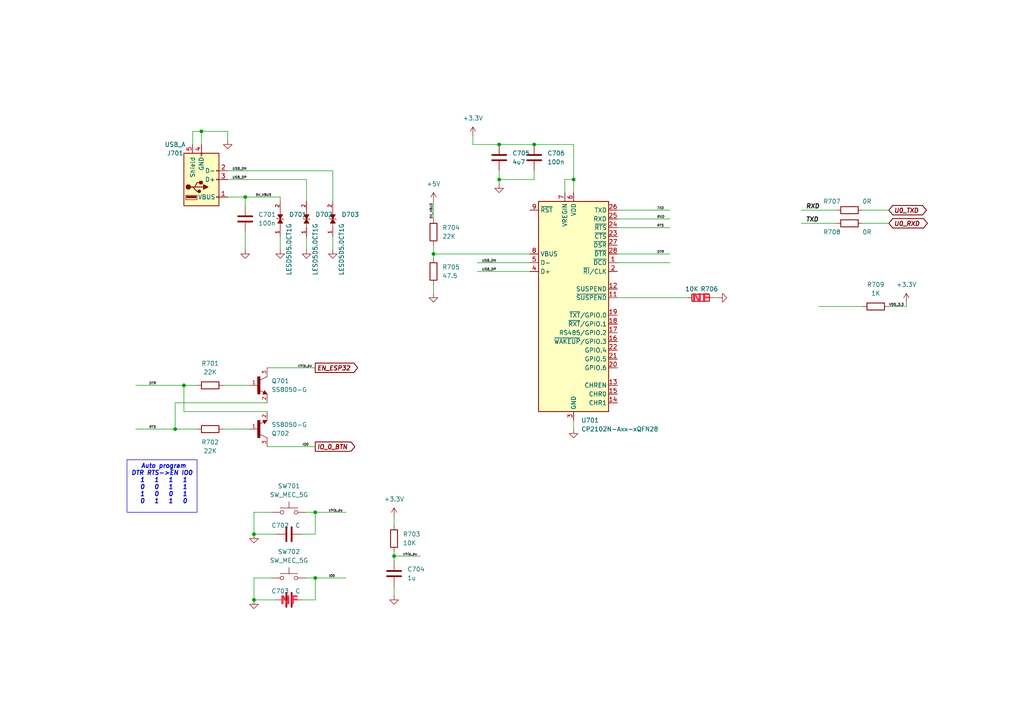
<source format=kicad_sch>
(kicad_sch (version 20230121) (generator eeschema)
  (paper "A4")
  (lib_symbols
    (symbol "Connector:USB_A" (pin_names (offset 1.016))
      (property "Reference" "J" (at -5.08 11.43 0))
      (property "Value" "USB_A" (at -5.08 8.89 0))
      (symbol "USB_A_0_1"
        (rectangle (start -5.08 -7.62) (end 5.08 7.62) (stroke (width 0.254)) (fill (type background)))
        (circle (center -3.81 2.159) (radius 0.635) (stroke (width 0.254)) (fill (type outline)))
        (rectangle (start -1.524 4.826) (end -4.318 5.334) (fill (type outline)))
        (rectangle (start -1.27 4.572) (end -4.572 5.842))
        (circle (center -0.635 3.429) (radius 0.381) (stroke (width 0.254)) (fill (type outline)))
        (rectangle (start -0.127 -7.62) (end 0.127 -6.858))
        (polyline (pts (xy -3.175 2.159) (xy -2.54 2.159) (xy -1.27 3.429) (xy -0.635 3.429)) (stroke (width 0.254)))
        (polyline (pts (xy -2.54 2.159) (xy -1.905 2.159) (xy -1.27 0.889) (xy 0 0.889)) (stroke (width 0.254)))
        (polyline (pts (xy 0.635 2.794) (xy 0.635 1.524) (xy 1.905 2.159) (xy 0.635 2.794)) (stroke (width 0.254)) (fill (type outline)))
        (rectangle (start 0.254 1.27) (end -0.508 0.508) (stroke (width 0.254)) (fill (type outline)))
        (rectangle (start 5.08 -2.667) (end 4.318 -2.413))
        (rectangle (start 5.08 -0.127) (end 4.318 0.127))
        (rectangle (start 5.08 4.953) (end 4.318 5.207))
      )
      (symbol "USB_A_1_1"
        (polyline (pts (xy -1.905 2.159) (xy 0.635 2.159)) (stroke (width 0.254)))
        (pin power_in line (at 7.62 5.08 180) (length 2.54) (name "VBUS") (number "1"))
        (pin bidirectional line (at 7.62 -2.54 180) (length 2.54) (name "D-") (number "2"))
        (pin bidirectional line (at 7.62 0 180) (length 2.54) (name "D+") (number "3"))
        (pin power_in line (at 0 -10.16 90) (length 2.54) (name "GND") (number "4"))
        (pin passive line (at -2.54 -10.16 90) (length 2.54) (name "Shield") (number "5"))
      )
    )
    (symbol "Device:C" (pin_numbers hide) (pin_names (offset 0.254))
      (property "Reference" "C" (at 0.635 2.54 0))
      (property "Value" "C" (at 0.635 -2.54 0))
      (symbol "C_0_1"
        (polyline (pts (xy -2.032 -0.762) (xy 2.032 -0.762)) (stroke (width 0.508)))
        (polyline (pts (xy -2.032 0.762) (xy 2.032 0.762)) (stroke (width 0.508)))
      )
      (symbol "C_1_1"
        (pin passive line (at 0 3.81 270) (length 2.794) (name "~") (number "1"))
        (pin passive line (at 0 -3.81 90) (length 2.794) (name "~") (number "2"))
      )
    )
    (symbol "Device:R" (pin_numbers hide) (pin_names (offset 0))
      (property "Reference" "R" (at 2.032 0 90))
      (property "Value" "R" (at 0 0 90))
      (symbol "R_0_1"
        (rectangle (start -1.016 -2.54) (end 1.016 2.54) (stroke (width 0.254)))
      )
      (symbol "R_1_1"
        (pin passive line (at 0 3.81 270) (length 1.27) (name "~") (number "1"))
        (pin passive line (at 0 -3.81 90) (length 1.27) (name "~") (number "2"))
      )
    )
    (symbol "Interface_USB:CP2102N-Axx-xQFN28"
      (property "Reference" "U" (at -8.89 31.75 0))
      (property "Value" "CP2102N-Axx-xQFN28" (at 12.7 31.75 0))
      (symbol "CP2102N-Axx-xQFN28_0_1"
        (rectangle (start -10.16 30.48) (end 10.16 -30.48) (stroke (width 0.254)) (fill (type background)))
      )
      (symbol "CP2102N-Axx-xQFN28_1_1"
        (pin input line (at 12.7 12.7 180) (length 2.54) (name "~{DCD}") (number "1"))
        (pin no_connect line (at -10.16 -27.94 0) (length 2.54) hide (name "NC") (number "10"))
        (pin output line (at 12.7 2.54 180) (length 2.54) (name "~{SUSPEND}") (number "11"))
        (pin output line (at 12.7 5.08 180) (length 2.54) (name "SUSPEND") (number "12"))
        (pin output line (at 12.7 -22.86 180) (length 2.54) (name "CHREN") (number "13"))
        (pin output line (at 12.7 -27.94 180) (length 2.54) (name "CHR1") (number "14"))
        (pin output line (at 12.7 -25.4 180) (length 2.54) (name "CHR0") (number "15"))
        (pin bidirectional line (at 12.7 -10.16 180) (length 2.54) (name "~{WAKEUP}/GPIO.3") (number "16"))
        (pin bidirectional line (at 12.7 -7.62 180) (length 2.54) (name "RS485/GPIO.2") (number "17"))
        (pin bidirectional line (at 12.7 -5.08 180) (length 2.54) (name "~{RXT}/GPIO.1") (number "18"))
        (pin bidirectional line (at 12.7 -2.54 180) (length 2.54) (name "~{TXT}/GPIO.0") (number "19"))
        (pin bidirectional line (at 12.7 10.16 180) (length 2.54) (name "~{RI}/CLK") (number "2"))
        (pin bidirectional line (at 12.7 -17.78 180) (length 2.54) (name "GPIO.6") (number "20"))
        (pin bidirectional line (at 12.7 -15.24 180) (length 2.54) (name "GPIO.5") (number "21"))
        (pin bidirectional line (at 12.7 -12.7 180) (length 2.54) (name "GPIO.4") (number "22"))
        (pin input line (at 12.7 20.32 180) (length 2.54) (name "~{CTS}") (number "23"))
        (pin output line (at 12.7 22.86 180) (length 2.54) (name "~{RTS}") (number "24"))
        (pin input line (at 12.7 25.4 180) (length 2.54) (name "RXD") (number "25"))
        (pin output line (at 12.7 27.94 180) (length 2.54) (name "TXD") (number "26"))
        (pin input line (at 12.7 17.78 180) (length 2.54) (name "~{DSR}") (number "27"))
        (pin output line (at 12.7 15.24 180) (length 2.54) (name "~{DTR}") (number "28"))
        (pin passive line (at 0 -33.02 90) (length 2.54) hide (name "GND") (number "29"))
        (pin power_in line (at 0 -33.02 90) (length 2.54) (name "GND") (number "3"))
        (pin bidirectional line (at -12.7 10.16 0) (length 2.54) (name "D+") (number "4"))
        (pin bidirectional line (at -12.7 12.7 0) (length 2.54) (name "D-") (number "5"))
        (pin power_in line (at 0 33.02 270) (length 2.54) (name "VDD") (number "6"))
        (pin power_in line (at -2.54 33.02 270) (length 2.54) (name "VREGIN") (number "7"))
        (pin input line (at -12.7 15.24 0) (length 2.54) (name "VBUS") (number "8"))
        (pin input line (at -12.7 27.94 0) (length 2.54) (name "~{RST}") (number "9"))
      )
    )
    (symbol "LESD5D5.0CT1G:LESD5D5.0CT1G" (pin_names (offset 1.016))
      (property "Reference" "D" (at -5.08 2.54 0))
      (property "Value" "LESD5D5.0CT1G" (at -5.08 -5.08 0))
      (symbol "LESD5D5.0CT1G_0_0"
        (polyline (pts (xy -1.27 0) (xy -2.54 0)) (stroke (width 0.1524)))
        (polyline (pts (xy 0 -0.762) (xy -0.254 -1.016)) (stroke (width 0.1524)))
        (polyline (pts (xy 0 -0.762) (xy 0 0.762)) (stroke (width 0.1524)))
        (polyline (pts (xy 0 0.762) (xy 0.254 1.016)) (stroke (width 0.1524)))
        (polyline (pts (xy 1.27 0) (xy 2.54 0)) (stroke (width 0.1524)))
        (polyline (pts (xy 0 0) (xy -1.27 -0.762) (xy -1.27 0.762) (xy 0 0)) (stroke (width 0.1524)) (fill (type outline)))
        (polyline (pts (xy 0 0) (xy 1.27 0.762) (xy 1.27 -0.762) (xy 0 0)) (stroke (width 0.1524)) (fill (type outline)))
        (pin passive line (at -5.08 0 0) (length 2.54) (name "~") (number "1"))
        (pin passive line (at 5.08 0 180) (length 2.54) (name "~") (number "2"))
      )
    )
    (symbol "SS8050-G:SS8050-G" (pin_names (offset 1.016))
      (property "Reference" "Q" (at -10.16 7.62 0))
      (property "Value" "SS8050-G" (at -10.16 -7.62 0))
      (symbol "SS8050-G_0_0"
        (rectangle (start -0.254 -2.54) (end 0.508 2.54) (stroke (width 0.1)) (fill (type outline)))
        (polyline (pts (xy 1.27 -2.54) (xy 1.778 -1.524)) (stroke (width 0.1524)))
        (polyline (pts (xy 1.524 -2.413) (xy 2.286 -2.413)) (stroke (width 0.254)))
        (polyline (pts (xy 1.524 -2.286) (xy 1.905 -2.286)) (stroke (width 0.254)))
        (polyline (pts (xy 1.54 -2.04) (xy 0.308 -1.424)) (stroke (width 0.1524)))
        (polyline (pts (xy 1.778 -1.778) (xy 1.524 -2.286)) (stroke (width 0.254)))
        (polyline (pts (xy 1.778 -1.524) (xy 2.54 -2.54)) (stroke (width 0.1524)))
        (polyline (pts (xy 1.905 -2.286) (xy 1.778 -2.032)) (stroke (width 0.254)))
        (polyline (pts (xy 2.286 -2.413) (xy 1.778 -1.778)) (stroke (width 0.254)))
        (polyline (pts (xy 2.54 -2.54) (xy 1.27 -2.54)) (stroke (width 0.1524)))
        (polyline (pts (xy 2.54 2.54) (xy 0.508 1.524)) (stroke (width 0.1524)))
        (pin passive line (at -2.54 0 0) (length 2.54) (name "~") (number "1"))
        (pin passive line (at 2.54 -5.08 90) (length 2.54) (name "~") (number "2"))
        (pin passive line (at 2.54 5.08 270) (length 2.54) (name "~") (number "3"))
      )
    )
    (symbol "Switch:SW_MEC_5G" (pin_numbers hide) (pin_names (offset 1.016) hide)
      (property "Reference" "SW" (at 1.27 2.54 0))
      (property "Value" "SW_MEC_5G" (at 0 -1.524 0))
      (symbol "SW_MEC_5G_0_1"
        (circle (center -2.032 0) (radius 0.508))
        (polyline (pts (xy 0 1.27) (xy 0 3.048)))
        (polyline (pts (xy 2.54 1.27) (xy -2.54 1.27)))
        (circle (center 2.032 0) (radius 0.508))
        (pin passive line (at -5.08 0 0) (length 2.54) (name "A") (number "1"))
        (pin passive line (at 5.08 0 180) (length 2.54) (name "B") (number "3"))
      )
      (symbol "SW_MEC_5G_1_1"
        (pin passive line (at -5.08 0 0) (length 2.54) hide (name "A") (number "2"))
        (pin passive line (at 5.08 0 180) (length 2.54) hide (name "B") (number "4"))
      )
    )
    (symbol "power:+3.3V" (power) (pin_names (offset 0))
      (property "Value" "+3.3V" (at 0 3.556 0))
      (symbol "+3.3V_0_1"
        (polyline (pts (xy -0.762 1.27) (xy 0 2.54)))
        (polyline (pts (xy 0 0) (xy 0 2.54)))
        (polyline (pts (xy 0 2.54) (xy 0.762 1.27)))
      )
      (symbol "+3.3V_1_1"
        (pin power_in line (at 0 0 90) (length 0) hide (name "+3.3V") (number "1"))
      )
    )
    (symbol "power:+5V" (power) (pin_names (offset 0))
      (property "Value" "+5V" (at 0 3.556 0))
      (symbol "+5V_0_1"
        (polyline (pts (xy -0.762 1.27) (xy 0 2.54)))
        (polyline (pts (xy 0 0) (xy 0 2.54)))
        (polyline (pts (xy 0 2.54) (xy 0.762 1.27)))
      )
      (symbol "+5V_1_1"
        (pin power_in line (at 0 0 90) (length 0) hide (name "+5V") (number "1"))
      )
    )
    (symbol "power:GND" (power) (pin_names (offset 0))
      (property "Value" "GND" (at 0 -3.81 0))
      (symbol "GND_0_1"
        (polyline (pts (xy 0 0) (xy 0 -1.27) (xy 1.27 -1.27) (xy 0 -2.54) (xy -1.27 -1.27) (xy 0 -1.27)))
      )
      (symbol "GND_1_1"
        (pin power_in line (at 0 0 270) (length 0) hide (name "GND") (number "1"))
      )
    )
  )
  (junction (at 144.78 41.91))
  (junction (at 73.66 173.99))
  (junction (at 166.37 52.07))
  (junction (at 91.44 148.59))
  (junction (at 144.78 52.07))
  (junction (at 154.94 41.91))
  (junction (at 73.66 154.94))
  (junction (at 91.44 167.64))
  (junction (at 53.34 111.76))
  (junction (at 114.3 161.29))
  (junction (at 58.42 38.1))
  (junction (at 71.12 57.15))
  (junction (at 125.73 73.66))
  (junction (at 50.8 124.46))
  (wire (pts (xy 114.3 161.29) (xy 121.92 161.29)))
  (wire (pts (xy 114.3 149.86) (xy 114.3 152.4)))
  (wire (pts (xy 125.73 73.66) (xy 153.67 73.66)))
  (wire (pts (xy 154.94 52.07) (xy 144.78 52.07)))
  (wire (pts (xy 71.12 57.15) (xy 71.12 59.69)))
  (wire (pts (xy 66.04 49.53) (xy 96.52 49.53)))
  (wire (pts (xy 179.07 76.2) (xy 194.31 76.2)))
  (wire (pts (xy 232.41 60.96) (xy 242.57 60.96)))
  (wire (pts (xy 137.16 39.37) (xy 137.16 41.91)))
  (wire (pts (xy 163.83 55.88) (xy 163.83 52.07)))
  (wire (pts (xy 64.77 111.76) (xy 72.39 111.76)))
  (wire (pts (xy 154.94 41.91) (xy 166.37 41.91)))
  (wire (pts (xy 77.47 116.84) (xy 50.8 116.84)))
  (wire (pts (xy 88.9 52.07) (xy 88.9 58.42)))
  (wire (pts (xy 179.07 66.04) (xy 194.31 66.04)))
  (wire (pts (xy 73.66 148.59) (xy 73.66 154.94)))
  (wire (pts (xy 58.42 38.1) (xy 55.88 38.1)))
  (wire (pts (xy 50.8 124.46) (xy 57.15 124.46)))
  (wire (pts (xy 88.9 148.59) (xy 91.44 148.59)))
  (wire (pts (xy 73.66 173.99) (xy 80.01 173.99)))
  (wire (pts (xy 77.47 119.38) (xy 53.34 119.38)))
  (wire (pts (xy 88.9 167.64) (xy 91.44 167.64)))
  (wire (pts (xy 179.07 60.96) (xy 194.31 60.96)))
  (wire (pts (xy 137.16 41.91) (xy 144.78 41.91)))
  (wire (pts (xy 81.28 68.58) (xy 81.28 72.39)))
  (wire (pts (xy 58.42 38.1) (xy 58.42 41.91)))
  (wire (pts (xy 53.34 119.38) (xy 53.34 111.76)))
  (wire (pts (xy 77.47 106.68) (xy 91.44 106.68)))
  (wire (pts (xy 232.41 64.77) (xy 242.57 64.77)))
  (wire (pts (xy 179.07 86.36) (xy 199.39 86.36)))
  (wire (pts (xy 71.12 67.31) (xy 71.12 72.39)))
  (wire (pts (xy 73.66 167.64) (xy 78.74 167.64)))
  (wire (pts (xy 39.37 111.76) (xy 53.34 111.76)))
  (wire (pts (xy 125.73 58.42) (xy 125.73 63.5)))
  (wire (pts (xy 250.19 64.77) (xy 257.81 64.77)))
  (wire (pts (xy 144.78 41.91) (xy 154.94 41.91)))
  (wire (pts (xy 166.37 41.91) (xy 166.37 52.07)))
  (wire (pts (xy 237.49 88.9) (xy 250.19 88.9)))
  (wire (pts (xy 91.44 167.64) (xy 100.33 167.64)))
  (wire (pts (xy 88.9 72.39) (xy 88.9 68.58)))
  (wire (pts (xy 64.77 124.46) (xy 72.39 124.46)))
  (wire (pts (xy 73.66 154.94) (xy 80.01 154.94)))
  (wire (pts (xy 114.3 160.02) (xy 114.3 161.29)))
  (wire (pts (xy 71.12 57.15) (xy 81.28 57.15)))
  (wire (pts (xy 179.07 73.66) (xy 194.31 73.66)))
  (wire (pts (xy 114.3 170.18) (xy 114.3 172.72)))
  (wire (pts (xy 39.37 124.46) (xy 50.8 124.46)))
  (wire (pts (xy 163.83 52.07) (xy 166.37 52.07)))
  (wire (pts (xy 53.34 111.76) (xy 57.15 111.76)))
  (wire (pts (xy 96.52 72.39) (xy 96.52 68.58)))
  (wire (pts (xy 66.04 52.07) (xy 88.9 52.07)))
  (wire (pts (xy 91.44 154.94) (xy 91.44 148.59)))
  (wire (pts (xy 144.78 52.07) (xy 144.78 53.34)))
  (wire (pts (xy 73.66 148.59) (xy 78.74 148.59)))
  (wire (pts (xy 154.94 49.53) (xy 154.94 52.07)))
  (wire (pts (xy 66.04 57.15) (xy 71.12 57.15)))
  (wire (pts (xy 91.44 148.59) (xy 100.33 148.59)))
  (wire (pts (xy 73.66 167.64) (xy 73.66 173.99)))
  (wire (pts (xy 91.44 173.99) (xy 91.44 167.64)))
  (wire (pts (xy 138.43 78.74) (xy 153.67 78.74)))
  (wire (pts (xy 55.88 38.1) (xy 55.88 41.91)))
  (wire (pts (xy 250.19 60.96) (xy 257.81 60.96)))
  (wire (pts (xy 87.63 154.94) (xy 91.44 154.94)))
  (wire (pts (xy 96.52 49.53) (xy 96.52 58.42)))
  (wire (pts (xy 125.73 71.12) (xy 125.73 73.66)))
  (wire (pts (xy 166.37 52.07) (xy 166.37 55.88)))
  (wire (pts (xy 114.3 161.29) (xy 114.3 162.56)))
  (wire (pts (xy 66.04 38.1) (xy 66.04 40.64)))
  (wire (pts (xy 66.04 38.1) (xy 58.42 38.1)))
  (wire (pts (xy 138.43 76.2) (xy 153.67 76.2)))
  (wire (pts (xy 50.8 116.84) (xy 50.8 124.46)))
  (wire (pts (xy 166.37 121.92) (xy 166.37 124.46)))
  (wire (pts (xy 207.01 86.36) (xy 208.28 86.36)))
  (wire (pts (xy 125.73 73.66) (xy 125.73 74.93)))
  (wire (pts (xy 144.78 49.53) (xy 144.78 52.07)))
  (wire (pts (xy 81.28 58.42) (xy 81.28 57.15)))
  (wire (pts (xy 87.63 173.99) (xy 91.44 173.99)))
  (wire (pts (xy 77.47 129.54) (xy 91.44 129.54)))
  (wire (pts (xy 262.89 88.9) (xy 257.81 88.9)))
  (wire (pts (xy 262.89 87.63) (xy 262.89 88.9)))
  (wire (pts (xy 179.07 63.5) (xy 194.31 63.5)))
  (wire (pts (xy 125.73 82.55) (xy 125.73 85.09)))
  (text_box " Auto program\nDTR RTS->EN IO0\n 1   1   1   1\n 0   0   1   1\n 1   0   0   1\n 0   1   1   0" (at 36.83 133.35 0) (size 20.32 15.24) (effects (font (size 1.27 1.27) bold italic) (justify top)))
  (text "NF" (at 81.28 176.53 0) (effects (font (size 2.5 2.5) (thickness 0.254) bold italic) (justify left bottom)))
  (text "NF" (at 200.66 88.9 0) (effects (font (size 2.5 2.5) (thickness 0.254) bold italic) (justify left bottom)))
  (label "TXD" (at 233.68 64.77 0) (effects (font bold italic)))
  (label "IO0" (at 87.63 129.54 0) (effects (font (size 0.7 0.7) bold italic)))
  (label "RXD" (at 190.5 63.5 0) (effects (font (size 0.7 0.7) bold italic)))
  (label "chip_pu" (at 86.36 106.68 0) (effects (font (size 0.7 0.7) bold italic)))
  (label "chip_pu" (at 95.25 148.59 0) (effects (font (size 0.7 0.7) bold italic)))
  (label "DTR" (at 190.5 73.66 0) (effects (font (size 0.7 0.7) bold italic)))
  (label "RXD" (at 233.68 60.96 0) (effects (font bold italic)))
  (label "5V_VBUS" (at 78.74 57.15 180) (effects (font (size 0.7 0.7) bold italic)))
  (label "VDD_3.3" (at 257.81 88.9 0) (effects (font (size 0.7 0.7))))
  (label "5V_VBUS" (at 125.73 63.5 90) (effects (font (size 0.7 0.7) bold italic)))
  (label "USB_DN" (at 139.7 76.2 0) (effects (font (size 0.7 0.7) bold italic)))
  (label "RTS" (at 190.5 66.04 0) (effects (font (size 0.7 0.7) bold italic)))
  (label "IO0" (at 95.25 167.64 0) (effects (font (size 0.7 0.7) bold italic)))
  (label "DTR" (at 43.18 111.76 0) (effects (font (size 0.7 0.7) bold italic)))
  (label "USB_DP" (at 67.31 52.07 0) (effects (font (size 0.7 0.7) bold italic)))
  (label "RTS" (at 43.18 124.46 0) (effects (font (size 0.7 0.7) bold italic)))
  (label "chip_pu" (at 116.84 161.29 0) (effects (font (size 0.7 0.7) bold italic)))
  (label "USB_DN" (at 67.31 49.53 0) (effects (font (size 0.7 0.7) bold italic)))
  (label "USB_DP" (at 139.7 78.74 0) (effects (font (size 0.7 0.7) bold italic)))
  (label "TXD" (at 190.5 60.96 0) (effects (font (size 0.7 0.7) bold italic)))
  (global_label "IO_0_BTN" (shape output) (at 91.44 129.54 0) (effects (font bold italic)) (property "Intersheetrefs" "${INTERSHEET_REFS}" (effects hide)))
  (global_label "EN_ESP32" (shape output) (at 91.44 106.68 0) (effects (font bold italic)) (property "Intersheetrefs" "${INTERSHEET_REFS}" (effects hide)))
  (global_label "U0_TXD" (shape bidirectional) (at 257.81 60.96 0) (effects (font bold italic)) (property "Intersheetrefs" "${INTERSHEET_REFS}" (effects hide)))
  (global_label "U0_RXD" (shape bidirectional) (at 257.81 64.77 0) (effects (font bold italic)) (property "Intersheetrefs" "${INTERSHEET_REFS}" (effects hide)))
  (symbol (lib_id "power:GND") (at 81.28 72.39 0) (unit 1)
    (property "Reference" "#PWR0705" (effects hide))
    (property "Value" "GND" (effects hide))
  )
  (symbol (lib_id "Device:R") (at 60.96 124.46 270) (unit 1)
    (property "Reference" "R702" (at 60.96 128.27 90))
    (property "Value" "22K" (at 60.96 130.81 90))
  )
  (symbol (lib_id "Device:R") (at 60.96 111.76 90) (unit 1)
    (property "Reference" "R701" (at 60.96 105.41 90))
    (property "Value" "22K" (at 60.96 107.95 90))
  )
  (symbol (lib_id "power:+3.3V") (at 262.89 87.63 0) (unit 1)
    (property "Reference" "#PWR0716" (effects hide))
    (property "Value" "+3.3V" (at 262.89 82.55 0))
  )
  (symbol (lib_id "power:GND") (at 66.04 40.64 0) (unit 1)
    (property "Reference" "#PWR0701" (effects hide))
    (property "Value" "GND" (effects hide))
  )
  (symbol (lib_id "Device:R") (at 125.73 78.74 180) (unit 1)
    (property "Reference" "R705" (at 128.27 77.47 0) (effects (justify right)))
    (property "Value" "47.5" (at 128.27 80.01 0) (effects (justify right)))
  )
  (symbol (lib_id "Device:R") (at 125.73 67.31 180) (unit 1)
    (property "Reference" "R704" (at 128.27 66.04 0) (effects (justify right)))
    (property "Value" "22K" (at 128.27 68.58 0) (effects (justify right)))
  )
  (symbol (lib_id "Device:C") (at 71.12 63.5 0) (unit 1)
    (property "Reference" "C701" (at 74.93 62.23 0) (effects (justify left)))
    (property "Value" "100n" (at 74.93 64.77 0) (effects (justify left)))
  )
  (symbol (lib_id "Device:R") (at 203.2 86.36 90) (unit 1)
    (property "Reference" "R706" (at 205.74 83.82 90))
    (property "Value" "10K" (at 200.66 83.82 90))
  )
  (symbol (lib_id "LESD5D5.0CT1G:LESD5D5.0CT1G") (at 88.9 63.5 90) (unit 1)
    (property "Reference" "D702" (at 91.44 62.23 90) (effects (justify right)))
    (property "Value" "LESD5D5.0CT1G" (at 91.44 64.77 0) (effects (justify right)))
    (property "Footprint" "LESD5D5.0CT1G:TVS_LESD5D5.0CT1G" (effects hide))
    (property "MF" "Leshan Radio Co." (effects hide))
    (property "MAXIMUM_PACKAGE_HEIGHT" "0.7 mm" (effects hide))
    (property "Package" "None" (effects hide))
    (property "Price" "None" (effects hide))
    (property "Check_prices" "https://www.snapeda.com/parts/LESD5D5.0CT1G/Leshan+Radio+Co./view-part/?ref=eda" (effects hide))
    (property "STANDARD" "Manufacturer Recommendations" (effects hide))
    (property "PARTREV" "O" (effects hide))
    (property "SnapEDA_Link" "https://www.snapeda.com/parts/LESD5D5.0CT1G/Leshan+Radio+Co./view-part/?ref=snap" (effects hide))
    (property "MP" "LESD5D5.0CT1G" (effects hide))
    (property "Description" "\nTransient Voltage Suppressors for ESD Protection\n" (effects hide))
    (property "Availability" "Not in stock" (effects hide))
    (property "MANUFACTURER" "LRC" (effects hide))
  )
  (symbol (lib_id "Device:C") (at 83.82 154.94 90) (unit 1)
    (property "Reference" "C702" (at 81.28 152.4 90))
    (property "Value" "C" (at 86.36 152.4 90))
  )
  (symbol (lib_id "power:GND") (at 114.3 172.72 0) (unit 1)
    (property "Reference" "#PWR0709" (effects hide))
    (property "Value" "GND" (effects hide))
  )
  (symbol (lib_id "SS8050-G:SS8050-G") (at 74.93 111.76 0) (unit 1)
    (property "Reference" "Q701" (at 78.74 110.49 0) (effects (justify left)))
    (property "Value" "SS8050-G" (at 78.74 113.03 0) (effects (justify left)))
    (property "Footprint" "SS8050-G:TRANS_SS8050-G" (effects hide))
    (property "MF" "Comchip Technology" (effects hide))
    (property "MAXIMUM_PACKAGE_HEIGHT" "1.05 mm" (effects hide))
    (property "Package" "TO-236 Comchip" (effects hide))
    (property "Price" "None" (effects hide))
    (property "Check_prices" "https://www.snapeda.com/parts/SS8050-G/Comchip+Technology/view-part/?ref=eda" (effects hide))
    (property "STANDARD" "Manufacturer Recommendations" (effects hide))
    (property "PARTREV" "A" (effects hide))
    (property "SnapEDA_Link" "https://www.snapeda.com/parts/SS8050-G/Comchip+Technology/view-part/?ref=snap" (effects hide))
    (property "MP" "SS8050-G" (effects hide))
    (property "Description" "\nBipolar (BJT) Transistor NPN 25 V 1.5 A 100MHz 300 mW Surface Mount SOT-23-3\n" (effects hide))
    (property "Availability" "In Stock" (effects hide))
    (property "MANUFACTURER" "Comchip" (effects hide))
  )
  (symbol (lib_id "power:+3.3V") (at 114.3 149.86 0) (unit 1)
    (property "Reference" "#PWR0708" (effects hide))
    (property "Value" "+3.3V" (at 114.3 144.78 0))
  )
  (symbol (lib_id "Connector:USB_A") (at 58.42 52.07 0) (mirror x) (unit 1)
    (property "Reference" "J701" (at 50.8 44.45 0))
    (property "Value" "USB_A" (at 50.8 41.91 0))
    (property "Datasheet" " ~" (effects hide))
  )
  (symbol (lib_id "power:GND") (at 125.73 85.09 0) (unit 1)
    (property "Reference" "#PWR0711" (effects hide))
    (property "Value" "GND" (effects hide))
  )
  (symbol (lib_id "Device:C") (at 144.78 45.72 0) (unit 1)
    (property "Reference" "C705" (at 148.59 44.45 0) (effects (justify left)))
    (property "Value" "4u7" (at 148.59 46.99 0) (effects (justify left)))
  )
  (symbol (lib_id "Interface_USB:CP2102N-Axx-xQFN28") (at 166.37 88.9 0) (unit 1)
    (property "Reference" "U701" (at 168.5641 121.92 0) (effects (justify left)))
    (property "Value" "CP2102N-Axx-xQFN28" (at 168.5641 124.46 0) (effects (justify left)))
    (property "Footprint" "Package_DFN_QFN:QFN-28-1EP_5x5mm_P0.5mm_EP3.35x3.35mm" (effects hide))
    (property "Datasheet" "https://www.silabs.com/documents/public/data-sheets/cp2102n-datasheet.pdf" (effects hide))
  )
  (symbol (lib_id "power:GND") (at 96.52 72.39 0) (unit 1)
    (property "Reference" "#PWR0707" (effects hide))
    (property "Value" "GND" (effects hide))
  )
  (symbol (lib_id "power:GND") (at 73.66 154.94 0) (unit 1)
    (property "Reference" "#PWR0703" (effects hide))
    (property "Value" "GND" (effects hide))
  )
  (symbol (lib_id "power:+5V") (at 125.73 58.42 0) (unit 1)
    (property "Reference" "#PWR0710" (effects hide))
    (property "Value" "+5V" (at 125.73 53.34 0))
  )
  (symbol (lib_id "Switch:SW_MEC_5G") (at 83.82 167.64 0) (unit 1)
    (property "Reference" "SW702" (at 83.82 160.02 0))
    (property "Value" "SW_MEC_5G" (at 83.82 162.56 0))
    (property "Datasheet" "http://www.apem.com/int/index.php?controller=attachment&id_attachment=488" (effects hide))
  )
  (symbol (lib_id "Device:R") (at 114.3 156.21 180) (unit 1)
    (property "Reference" "R703" (at 116.84 154.94 0) (effects (justify right)))
    (property "Value" "10K" (at 116.84 157.48 0) (effects (justify right)))
  )
  (symbol (lib_id "Device:R") (at 254 88.9 90) (unit 1)
    (property "Reference" "R709" (at 254 82.55 90))
    (property "Value" "1K" (at 254 85.09 90))
  )
  (symbol (lib_id "SS8050-G:SS8050-G") (at 74.93 124.46 0) (mirror x) (unit 1)
    (property "Reference" "Q702" (at 78.74 125.73 0) (effects (justify left)))
    (property "Value" "SS8050-G" (at 78.74 123.19 0) (effects (justify left)))
    (property "Footprint" "SS8050-G:TRANS_SS8050-G" (effects hide))
    (property "MF" "Comchip Technology" (effects hide))
    (property "MAXIMUM_PACKAGE_HEIGHT" "1.05 mm" (effects hide))
    (property "Package" "TO-236 Comchip" (effects hide))
    (property "Price" "None" (effects hide))
    (property "Check_prices" "https://www.snapeda.com/parts/SS8050-G/Comchip+Technology/view-part/?ref=eda" (effects hide))
    (property "STANDARD" "Manufacturer Recommendations" (effects hide))
    (property "PARTREV" "A" (effects hide))
    (property "SnapEDA_Link" "https://www.snapeda.com/parts/SS8050-G/Comchip+Technology/view-part/?ref=snap" (effects hide))
    (property "MP" "SS8050-G" (effects hide))
    (property "Description" "\nBipolar (BJT) Transistor NPN 25 V 1.5 A 100MHz 300 mW Surface Mount SOT-23-3\n" (effects hide))
    (property "Availability" "In Stock" (effects hide))
    (property "MANUFACTURER" "Comchip" (effects hide))
  )
  (symbol (lib_id "Device:C") (at 114.3 166.37 0) (unit 1)
    (property "Reference" "C704" (at 118.11 165.1 0) (effects (justify left)))
    (property "Value" "1u" (at 118.11 167.64 0) (effects (justify left)))
  )
  (symbol (lib_id "power:GND") (at 73.66 173.99 0) (unit 1)
    (property "Reference" "#PWR0704" (effects hide))
    (property "Value" "GND" (effects hide))
  )
  (symbol (lib_id "Device:R") (at 246.38 60.96 90) (unit 1)
    (property "Reference" "R707" (at 241.3 58.42 90))
    (property "Value" "0R" (at 251.46 58.42 90))
  )
  (symbol (lib_id "power:GND") (at 71.12 72.39 0) (unit 1)
    (property "Reference" "#PWR0702" (effects hide))
    (property "Value" "GND" (effects hide))
  )
  (symbol (lib_id "Device:C") (at 83.82 173.99 90) (unit 1)
    (property "Reference" "C703" (at 81.28 171.45 90))
    (property "Value" "C" (at 86.36 171.45 90))
  )
  (symbol (lib_id "power:GND") (at 144.78 53.34 0) (unit 1)
    (property "Reference" "#PWR0713" (effects hide))
    (property "Value" "GND" (effects hide))
  )
  (symbol (lib_id "LESD5D5.0CT1G:LESD5D5.0CT1G") (at 81.28 63.5 90) (unit 1)
    (property "Reference" "D701" (at 83.82 62.23 90) (effects (justify right)))
    (property "Value" "LESD5D5.0CT1G" (at 83.82 64.77 0) (effects (justify right)))
    (property "Footprint" "LESD5D5.0CT1G:TVS_LESD5D5.0CT1G" (effects hide))
    (property "MF" "Leshan Radio Co." (effects hide))
    (property "MAXIMUM_PACKAGE_HEIGHT" "0.7 mm" (effects hide))
    (property "Package" "None" (effects hide))
    (property "Price" "None" (effects hide))
    (property "Check_prices" "https://www.snapeda.com/parts/LESD5D5.0CT1G/Leshan+Radio+Co./view-part/?ref=eda" (effects hide))
    (property "STANDARD" "Manufacturer Recommendations" (effects hide))
    (property "PARTREV" "O" (effects hide))
    (property "SnapEDA_Link" "https://www.snapeda.com/parts/LESD5D5.0CT1G/Leshan+Radio+Co./view-part/?ref=snap" (effects hide))
    (property "MP" "LESD5D5.0CT1G" (effects hide))
    (property "Description" "\nTransient Voltage Suppressors for ESD Protection\n" (effects hide))
    (property "Availability" "Not in stock" (effects hide))
    (property "MANUFACTURER" "LRC" (effects hide))
  )
  (symbol (lib_id "power:GND") (at 88.9 72.39 0) (unit 1)
    (property "Reference" "#PWR0706" (effects hide))
    (property "Value" "GND" (effects hide))
  )
  (symbol (lib_id "power:GND") (at 166.37 124.46 0) (unit 1)
    (property "Reference" "#PWR0714" (effects hide))
    (property "Value" "GND" (effects hide))
  )
  (symbol (lib_id "Switch:SW_MEC_5G") (at 83.82 148.59 0) (unit 1)
    (property "Reference" "SW701" (at 83.82 140.97 0))
    (property "Value" "SW_MEC_5G" (at 83.82 143.51 0))
    (property "Datasheet" "http://www.apem.com/int/index.php?controller=attachment&id_attachment=488" (effects hide))
  )
  (symbol (lib_id "LESD5D5.0CT1G:LESD5D5.0CT1G") (at 96.52 63.5 90) (unit 1)
    (property "Reference" "D703" (at 99.06 62.23 90) (effects (justify right)))
    (property "Value" "LESD5D5.0CT1G" (at 99.06 64.77 0) (effects (justify right)))
    (property "Footprint" "LESD5D5.0CT1G:TVS_LESD5D5.0CT1G" (effects hide))
    (property "MF" "Leshan Radio Co." (effects hide))
    (property "MAXIMUM_PACKAGE_HEIGHT" "0.7 mm" (effects hide))
    (property "Package" "None" (effects hide))
    (property "Price" "None" (effects hide))
    (property "Check_prices" "https://www.snapeda.com/parts/LESD5D5.0CT1G/Leshan+Radio+Co./view-part/?ref=eda" (effects hide))
    (property "STANDARD" "Manufacturer Recommendations" (effects hide))
    (property "PARTREV" "O" (effects hide))
    (property "SnapEDA_Link" "https://www.snapeda.com/parts/LESD5D5.0CT1G/Leshan+Radio+Co./view-part/?ref=snap" (effects hide))
    (property "MP" "LESD5D5.0CT1G" (effects hide))
    (property "Description" "\nTransient Voltage Suppressors for ESD Protection\n" (effects hide))
    (property "Availability" "Not in stock" (effects hide))
    (property "MANUFACTURER" "LRC" (effects hide))
  )
  (symbol (lib_id "Device:R") (at 246.38 64.77 90) (unit 1)
    (property "Reference" "R708" (at 241.3 67.31 90))
    (property "Value" "0R" (at 251.46 67.31 90))
  )
  (symbol (lib_id "power:+3.3V") (at 137.16 39.37 0) (unit 1)
    (property "Reference" "#PWR0712" (effects hide))
    (property "Value" "+3.3V" (at 137.16 34.29 0))
  )
  (symbol (lib_id "Device:C") (at 154.94 45.72 0) (unit 1)
    (property "Reference" "C706" (at 158.75 44.45 0) (effects (justify left)))
    (property "Value" "100n" (at 158.75 46.99 0) (effects (justify left)))
  )
  (symbol (lib_id "power:GND") (at 208.28 86.36 90) (unit 1)
    (property "Reference" "#PWR0715" (effects hide))
    (property "Value" "GND" (effects hide))
  )
)
</source>
